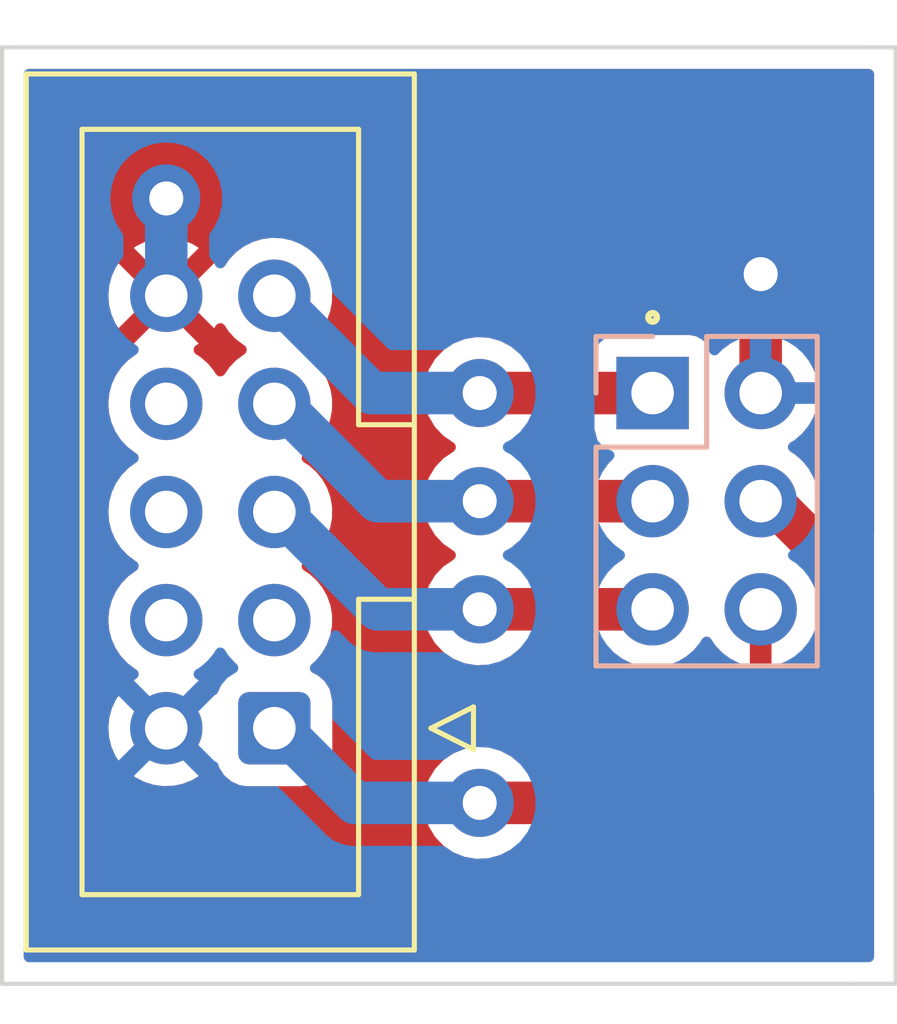
<source format=kicad_pcb>
(kicad_pcb (version 20211014) (generator pcbnew)
  (layers (0 "F.Cu" mixed "GND") (31 "B.Cu" mixed "5V") (34 "B.Paste" user) (35 "F.Paste" user) (36 "B.SilkS" user "B.Silkscreen") (37 "F.SilkS" user "F.Silkscreen") (38 "B.Mask" user) (39 "F.Mask" user) (44 "Edge.Cuts" user))
  (net 0 "")
  (net 1 "/MOSI")
  (net 2 "Net-(J1-Pad8)")
  (net 3 "/RST")
  (net 4 "/SCK")
  (net 5 "/MISO")
  (net 6 "+5V")
  (net 7 "Net-(J1-Pad6)")
  (net 8 "Net-(J1-Pad4)")
  (net 9 "Net-(J1-Pad3)")
  (net 10 "GND")
  (footprint "Connector_IDC:IDC-Header_2x05_P2.54mm_Vertical" (layer "F.Cu") (at 136.398 94.996 180)
    (fp_text reference "J1")
    (fp_text value "FTDI10")
    (fp_line (start -1.98 14.07) (end -1.98 7.13) (layer "F.SilkS") (width 0.12))
    (fp_line (start -4.68 -0.5) (end -4.68 0.5) (layer "F.SilkS") (width 0.12))
    (fp_line (start -3.29 15.37) (end -3.29 -5.21) (layer "F.SilkS") (width 0.12))
    (fp_line (start -1.98 -3.91) (end 4.52 -3.91) (layer "F.SilkS") (width 0.12))
    (fp_line (start 4.52 14.07) (end -1.98 14.07) (layer "F.SilkS") (width 0.12))
    (fp_line (start -1.98 7.13) (end -3.29 7.13) (layer "F.SilkS") (width 0.12))
    (fp_line (start -3.29 3.03) (end -1.98 3.03) (layer "F.SilkS") (width 0.12))
    (fp_line (start 5.83 15.37) (end -3.29 15.37) (layer "F.SilkS") (width 0.12))
    (fp_line (start -3.29 -5.21) (end 5.83 -5.21) (layer "F.SilkS") (width 0.12))
    (fp_line (start -3.68 0) (end -4.68 -0.5) (layer "F.SilkS") (width 0.12))
    (fp_line (start 4.52 -3.91) (end 4.52 14.07) (layer "F.SilkS") (width 0.12))
    (fp_line (start -1.98 7.13) (end -1.98 7.13) (layer "F.SilkS") (width 0.12))
    (fp_line (start -4.68 0.5) (end -3.68 0) (layer "F.SilkS") (width 0.12))
    (fp_line (start -1.98 3.03) (end -1.98 -3.91) (layer "F.SilkS") (width 0.12))
    (fp_line (start 5.83 -5.21) (end 5.83 15.37) (layer "F.SilkS") (width 0.12))
    (pad "1" thru_hole roundrect locked (at 0 0 180) (size 1.7 1.7) (drill 1) (layers *.Cu *.Mask) (roundrect_rratio 0.147059) (net 1 "/MOSI"))
    (pad "2" thru_hole circle locked (at 2.54 0 180) (size 1.7 1.7) (drill 1) (layers *.Cu *.Mask) (net 6 "+5V"))
    (pad "3" thru_hole circle locked (at 0 2.54 180) (size 1.7 1.7) (drill 1) (layers *.Cu *.Mask) (net 9 "Net-(J1-Pad3)"))
    (pad "4" thru_hole circle locked (at 2.54 2.54 180) (size 1.7 1.7) (drill 1) (layers *.Cu *.Mask) (net 8 "Net-(J1-Pad4)"))
    (pad "5" thru_hole circle locked (at 0 5.08 180) (size 1.7 1.7) (drill 1) (layers *.Cu *.Mask) (net 3 "/RST"))
    (pad "6" thru_hole circle locked (at 2.54 5.08 180) (size 1.7 1.7) (drill 1) (layers *.Cu *.Mask) (net 7 "Net-(J1-Pad6)"))
    (pad "7" thru_hole circle locked (at 0 7.62 180) (size 1.7 1.7) (drill 1) (layers *.Cu *.Mask) (net 4 "/SCK"))
    (pad "8" thru_hole circle locked (at 2.54 7.62 180) (size 1.7 1.7) (drill 1) (layers *.Cu *.Mask) (net 2 "Net-(J1-Pad8)"))
    (pad "9" thru_hole circle locked (at 0 10.16 180) (size 1.7 1.7) (drill 1) (layers *.Cu *.Mask) (net 5 "/MISO"))
    (pad "10" thru_hole circle locked (at 2.54 10.16 180) (size 1.7 1.7) (drill 1) (layers *.Cu *.Mask) (net 10 "GND"))
  )
  (footprint "Connector_PinSocket_2.54mm:PinSocket_2x03_P2.54mm_Vertical" (layer "B.Cu") (at 145.288 87.122 180)
    (fp_text reference "J2")
    (fp_text value "FTDI6")
    (fp_line (start -3.87 1.33) (end -3.87 -6.41) (layer "B.SilkS") (width 0.12))
    (fp_line (start 1.33 -1.27) (end 1.33 -6.41) (layer "B.SilkS") (width 0.12))
    (fp_line (start -3.87 1.33) (end -1.27 1.33) (layer "B.SilkS") (width 0.12))
    (fp_line (start -1.27 -1.27) (end 1.33 -1.27) (layer "B.SilkS") (width 0.12))
    (fp_line (start 1.33 1.33) (end 1.33 0) (layer "B.SilkS") (width 0.12))
    (fp_line (start 0 1.33) (end 1.33 1.33) (layer "B.SilkS") (width 0.12))
    (fp_line (start -3.87 -6.41) (end 1.33 -6.41) (layer "B.SilkS") (width 0.12))
    (fp_line (start -1.27 1.33) (end -1.27 -1.27) (layer "B.SilkS") (width 0.12))
    (pad "1" thru_hole rect locked (at 0 0 180) (size 1.7 1.7) (drill 1) (layers *.Cu *.Mask) (net 5 "/MISO"))
    (pad "2" thru_hole oval locked (at -2.54 0 180) (size 1.7 1.7) (drill 1) (layers *.Cu *.Mask) (net 6 "+5V"))
    (pad "3" thru_hole oval locked (at 0 -2.54 180) (size 1.7 1.7) (drill 1) (layers *.Cu *.Mask) (net 4 "/SCK"))
    (pad "4" thru_hole oval locked (at -2.54 -2.54 180) (size 1.7 1.7) (drill 1) (layers *.Cu *.Mask) (net 1 "/MOSI"))
    (pad "5" thru_hole oval locked (at 0 -5.08 180) (size 1.7 1.7) (drill 1) (layers *.Cu *.Mask) (net 3 "/RST"))
    (pad "6" thru_hole oval locked (at -2.54 -5.08 180) (size 1.7 1.7) (drill 1) (layers *.Cu *.Mask) (net 10 "GND"))
  )
  (gr_circle (center 145.288 85.344) (end 145.388 85.344) (layer "F.SilkS") (width 0.15) (fill none))
  (gr_line (start 150 101) (end 151 101) (layer "Edge.Cuts") (width 0.1))
  (gr_line (start 130 79) (end 150.622 79) (layer "Edge.Cuts") (width 0.1))
  (gr_line (start 151 101) (end 151 79) (layer "Edge.Cuts") (width 0.1))
  (gr_line (start 130 101) (end 130 79) (layer "Edge.Cuts") (width 0.1))
  (gr_line (start 151 79) (end 150.622 79) (layer "Edge.Cuts") (width 0.1))
  (gr_line (start 150 101) (end 130 101) (layer "Edge.Cuts") (width 0.1))
  (segment (start 141.224 96.750001) (end 148.548001 96.750001) (width 1) (layer "F.Cu") (net 1))
  (segment (start 149.606 95.692002) (end 149.606 91.186) (width 1) (layer "F.Cu") (net 1))
  (segment (start 148.082 89.662) (end 147.828 89.662) (width 1) (layer "F.Cu") (net 1))
  (segment (start 149.606 91.186) (end 148.082 89.662) (width 1) (layer "F.Cu") (net 1))
  (segment (start 148.548001 96.750001) (end 149.606 95.692002) (width 1) (layer "F.Cu") (net 1))
  (via (at 141.224 96.750001) (size 1.6) (drill 0.8) (layers "F.Cu" "B.Cu") (net 1))
  (segment (start 138.294001 96.750001) (end 136.54 94.996) (width 1) (layer "B.Cu") (net 1))
  (segment (start 141.224 96.750001) (end 138.294001 96.750001) (width 1) (layer "B.Cu") (net 1))
  (segment (start 141.224 92.202) (end 145.288 92.202) (width 1) (layer "F.Cu") (net 3))
  (via (at 141.224 92.202) (size 1.6) (drill 0.8) (layers "F.Cu" "B.Cu") (net 3))
  (segment (start 138.826 92.202) (end 136.54 89.916) (width 1) (layer "B.Cu") (net 3))
  (segment (start 141.224 92.202) (end 138.826 92.202) (width 1) (layer "B.Cu") (net 3))
  (segment (start 141.224 89.662) (end 145.288 89.662) (width 1) (layer "F.Cu") (net 4))
  (via (at 141.224 89.662) (size 1.6) (drill 0.8) (layers "F.Cu" "B.Cu") (net 4))
  (segment (start 141.224 89.662) (end 138.826 89.662) (width 1) (layer "B.Cu") (net 4))
  (segment (start 138.826 89.662) (end 136.54 87.376) (width 1) (layer "B.Cu") (net 4))
  (segment (start 145.288 87.122) (end 141.224 87.122) (width 1) (layer "F.Cu") (net 5))
  (segment (start 141.224 87.122) (end 141.478 87.122) (width 1) (layer "F.Cu") (net 5))
  (via (at 141.224 87.122) (size 1.6) (drill 0.8) (layers "F.Cu" "B.Cu") (net 5))
  (segment (start 141.224 87.122) (end 138.684 87.122) (width 1) (layer "B.Cu") (net 5))
  (segment (start 138.684 87.122) (end 136.398 84.836) (width 1) (layer "B.Cu") (net 5))
  (segment (start 147.828 87.122) (end 147.828 84.328) (width 1) (layer "F.Cu") (net 6))
  (via (at 147.828 84.328) (size 1.6) (drill 0.8) (layers "F.Cu" "B.Cu") (net 6))
  (segment (start 134 82.692) (end 133.858 82.55) (width 1) (layer "F.Cu") (net 10))
  (via (at 133.858 82.55) (size 1.6) (drill 0.8) (layers "F.Cu" "B.Cu") (net 10))
  (segment (start 133.858 84.836) (end 133.858 82.55) (width 1) (layer "B.Cu") (net 10))
  (zone (net 10) (net_name "GND") (layer "F.Cu") (connect_pads (clearance 0.508)) (min_thickness 0.254) (fill yes (thermal_gap 0.508) (thermal_bridge_width 0.508))
    (polygon (pts (xy 151 101) (xy 130 101) (xy 130 79) (xy 151 79)))
  )
  (zone (net 6) (net_name "+5V") (layer "B.Cu") (connect_pads (clearance 0.508)) (min_thickness 0.254) (fill yes (thermal_gap 0.508) (thermal_bridge_width 0.508))
    (polygon (pts (xy 151 101) (xy 130 101) (xy 130 79) (xy 151 79)))
  )
)
</source>
